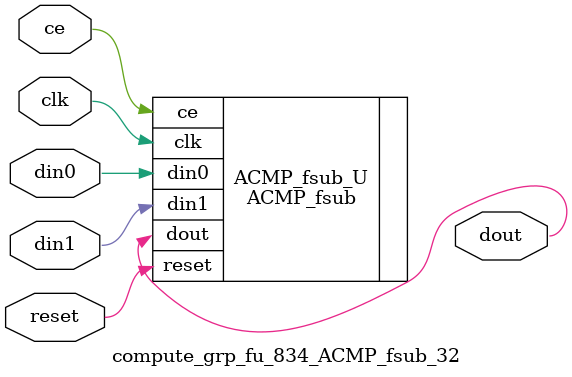
<source format=v>

`timescale 1 ns / 1 ps
module compute_grp_fu_834_ACMP_fsub_32(
    clk,
    reset,
    ce,
    din0,
    din1,
    dout);

parameter ID = 32'd1;
parameter NUM_STAGE = 32'd1;
parameter din0_WIDTH = 32'd1;
parameter din1_WIDTH = 32'd1;
parameter dout_WIDTH = 32'd1;
input clk;
input reset;
input ce;
input[din0_WIDTH - 1:0] din0;
input[din1_WIDTH - 1:0] din1;
output[dout_WIDTH - 1:0] dout;



ACMP_fsub #(
.ID( ID ),
.NUM_STAGE( 4 ),
.din0_WIDTH( din0_WIDTH ),
.din1_WIDTH( din1_WIDTH ),
.dout_WIDTH( dout_WIDTH ))
ACMP_fsub_U(
    .clk( clk ),
    .reset( reset ),
    .ce( ce ),
    .din0( din0 ),
    .din1( din1 ),
    .dout( dout ));

endmodule

</source>
